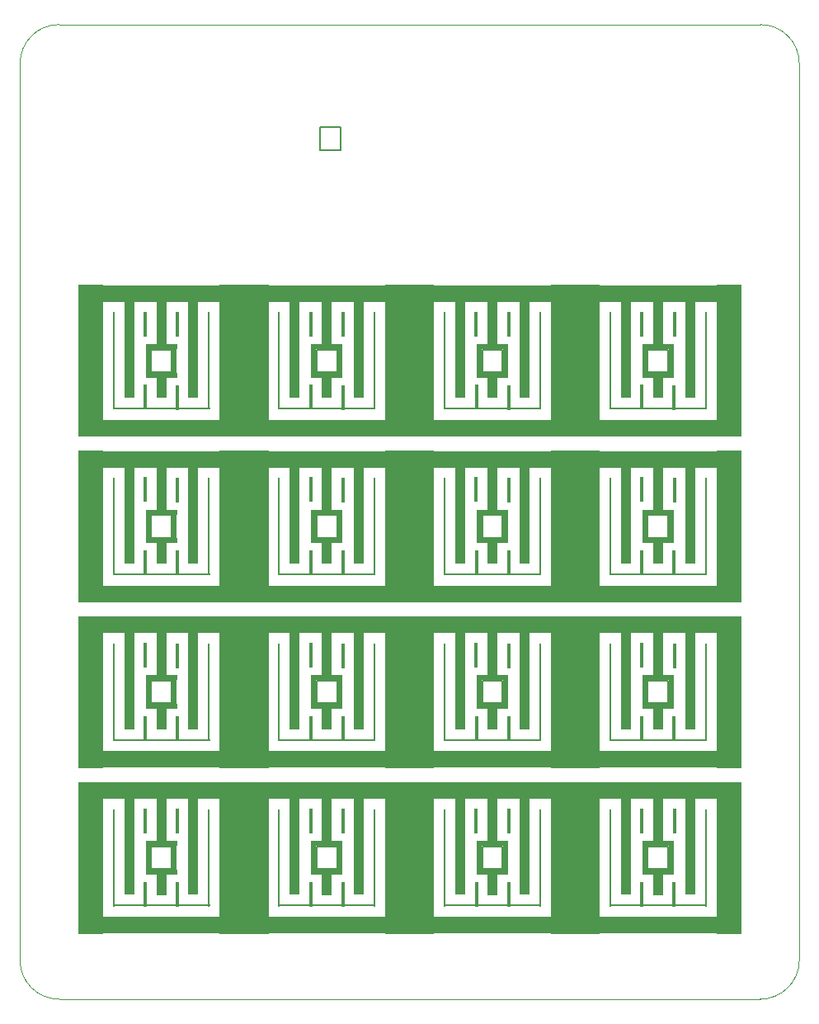
<source format=gbp>
G04 (created by PCBNEW (2013-mar-30)-stable) date Wed 12 Jun 2013 18:28:03 BST*
%MOIN*%
G04 Gerber Fmt 3.4, Leading zero omitted, Abs format*
%FSLAX34Y34*%
G01*
G70*
G90*
G04 APERTURE LIST*
%ADD10C,0*%
%ADD11C,0.00393701*%
%ADD12C,0.00590551*%
%ADD13R,0.011811X0.0984252*%
%ADD14R,0.00393701X0.19685*%
%ADD15R,0.0275591X0.00393701*%
%ADD16R,0.0393701X0.19685*%
%ADD17R,0.125984X0.019685*%
%ADD18R,0.019685X0.122047*%
%ADD19R,0.393701X0.00787402*%
%ADD20R,0.00787402X0.393701*%
%ADD21R,0.0393701X0.393701*%
%ADD22R,0.0393701X0.0984252*%
%ADD23R,0.629921X0.0708661*%
%ADD24R,0.0984252X0.614173*%
G04 APERTURE END LIST*
G54D10*
G54D11*
X34468Y-21811D02*
G75*
G03X32893Y-23385I0J-1574D01*
G74*
G01*
X64389Y-23385D02*
G75*
G03X62814Y-21811I-1574J0D01*
G74*
G01*
X32893Y-59606D02*
G75*
G03X34468Y-61181I1574J0D01*
G74*
G01*
X62795Y-61181D02*
G75*
G03X64389Y-59625I19J1574D01*
G74*
G01*
X34468Y-21811D02*
X62815Y-21811D01*
X62815Y-61181D02*
X34468Y-61181D01*
X32894Y-59607D02*
X32894Y-23386D01*
X64390Y-23386D02*
X64390Y-59607D01*
G54D12*
X39015Y-55019D02*
X38188Y-55019D01*
X38188Y-55019D02*
X38188Y-55925D01*
X38188Y-55925D02*
X39015Y-55925D01*
X39015Y-55925D02*
X39015Y-55019D01*
X59094Y-55019D02*
X58267Y-55019D01*
X58267Y-55019D02*
X58267Y-55925D01*
X58267Y-55925D02*
X59094Y-55925D01*
X59094Y-55925D02*
X59094Y-55019D01*
X39015Y-48326D02*
X38188Y-48326D01*
X38188Y-48326D02*
X38188Y-49232D01*
X38188Y-49232D02*
X39015Y-49232D01*
X39015Y-49232D02*
X39015Y-48326D01*
X59094Y-48326D02*
X58267Y-48326D01*
X58267Y-48326D02*
X58267Y-49232D01*
X58267Y-49232D02*
X59094Y-49232D01*
X59094Y-49232D02*
X59094Y-48326D01*
X39015Y-41633D02*
X38188Y-41633D01*
X38188Y-41633D02*
X38188Y-42539D01*
X38188Y-42539D02*
X39015Y-42539D01*
X39015Y-42539D02*
X39015Y-41633D01*
X59094Y-41633D02*
X58267Y-41633D01*
X58267Y-41633D02*
X58267Y-42539D01*
X58267Y-42539D02*
X59094Y-42539D01*
X59094Y-42539D02*
X59094Y-41633D01*
X39015Y-34940D02*
X38188Y-34940D01*
X38188Y-34940D02*
X38188Y-35846D01*
X38188Y-35846D02*
X39015Y-35846D01*
X39015Y-35846D02*
X39015Y-34940D01*
X59094Y-34940D02*
X58267Y-34940D01*
X58267Y-34940D02*
X58267Y-35846D01*
X58267Y-35846D02*
X59094Y-35846D01*
X59094Y-35846D02*
X59094Y-34940D01*
X45836Y-25964D02*
X45009Y-25964D01*
X45009Y-25964D02*
X45009Y-26870D01*
X45009Y-26870D02*
X45836Y-26870D01*
X45836Y-26870D02*
X45836Y-25964D01*
X52401Y-55019D02*
X51574Y-55019D01*
X51574Y-55019D02*
X51574Y-55925D01*
X51574Y-55925D02*
X52401Y-55925D01*
X52401Y-55925D02*
X52401Y-55019D01*
X52401Y-48326D02*
X51574Y-48326D01*
X51574Y-48326D02*
X51574Y-49232D01*
X51574Y-49232D02*
X52401Y-49232D01*
X52401Y-49232D02*
X52401Y-48326D01*
X52401Y-41633D02*
X51574Y-41633D01*
X51574Y-41633D02*
X51574Y-42539D01*
X51574Y-42539D02*
X52401Y-42539D01*
X52401Y-42539D02*
X52401Y-41633D01*
X52401Y-34940D02*
X51574Y-34940D01*
X51574Y-34940D02*
X51574Y-35846D01*
X51574Y-35846D02*
X52401Y-35846D01*
X52401Y-35846D02*
X52401Y-34940D01*
X45708Y-34940D02*
X44881Y-34940D01*
X44881Y-34940D02*
X44881Y-35846D01*
X44881Y-35846D02*
X45708Y-35846D01*
X45708Y-35846D02*
X45708Y-34940D01*
X45708Y-41633D02*
X44881Y-41633D01*
X44881Y-41633D02*
X44881Y-42539D01*
X44881Y-42539D02*
X45708Y-42539D01*
X45708Y-42539D02*
X45708Y-41633D01*
X45708Y-48326D02*
X44881Y-48326D01*
X44881Y-48326D02*
X44881Y-49232D01*
X44881Y-49232D02*
X45708Y-49232D01*
X45708Y-49232D02*
X45708Y-48326D01*
X45708Y-55019D02*
X44881Y-55019D01*
X44881Y-55019D02*
X44881Y-55925D01*
X44881Y-55925D02*
X45708Y-55925D01*
X45708Y-55925D02*
X45708Y-55019D01*
G54D13*
X37942Y-33907D03*
X37952Y-36860D03*
G54D14*
X37736Y-35383D03*
G54D15*
X37854Y-36387D03*
X37854Y-34379D03*
X39350Y-34389D03*
X39350Y-36397D03*
G54D14*
X39468Y-35393D03*
G54D13*
X39251Y-36870D03*
G54D16*
X38602Y-33897D03*
G54D17*
X38602Y-35974D03*
G54D18*
X38070Y-35423D03*
G54D19*
X38602Y-37322D03*
G54D13*
X39261Y-33917D03*
G54D20*
X36673Y-35393D03*
X40531Y-35393D03*
G54D21*
X37303Y-34921D03*
G54D22*
X38602Y-36397D03*
G54D21*
X39901Y-34921D03*
G54D23*
X38602Y-38110D03*
X38602Y-32677D03*
G54D18*
X39133Y-35403D03*
G54D24*
X35748Y-35393D03*
X41456Y-35393D03*
G54D17*
X38602Y-34812D03*
G54D13*
X37942Y-40600D03*
X37952Y-43553D03*
G54D14*
X37736Y-42076D03*
G54D15*
X37854Y-43080D03*
X37854Y-41072D03*
X39350Y-41082D03*
X39350Y-43090D03*
G54D14*
X39468Y-42086D03*
G54D13*
X39251Y-43562D03*
G54D16*
X38602Y-40590D03*
G54D17*
X38602Y-42667D03*
G54D18*
X38070Y-42116D03*
G54D19*
X38602Y-44015D03*
G54D13*
X39261Y-40610D03*
G54D20*
X36673Y-42086D03*
X40531Y-42086D03*
G54D21*
X37303Y-41614D03*
G54D22*
X38602Y-43090D03*
G54D21*
X39901Y-41614D03*
G54D23*
X38602Y-44803D03*
X38602Y-39370D03*
G54D18*
X39133Y-42096D03*
G54D24*
X35748Y-42086D03*
X41456Y-42086D03*
G54D17*
X38602Y-41505D03*
G54D13*
X37942Y-47293D03*
X37952Y-50246D03*
G54D14*
X37736Y-48769D03*
G54D15*
X37854Y-49773D03*
X37854Y-47765D03*
X39350Y-47775D03*
X39350Y-49783D03*
G54D14*
X39468Y-48779D03*
G54D13*
X39251Y-50255D03*
G54D16*
X38602Y-47283D03*
G54D17*
X38602Y-49360D03*
G54D18*
X38070Y-48809D03*
G54D19*
X38602Y-50708D03*
G54D13*
X39261Y-47303D03*
G54D20*
X36673Y-48779D03*
X40531Y-48779D03*
G54D21*
X37303Y-48307D03*
G54D22*
X38602Y-49783D03*
G54D21*
X39901Y-48307D03*
G54D23*
X38602Y-51496D03*
X38602Y-46062D03*
G54D18*
X39133Y-48789D03*
G54D24*
X35748Y-48779D03*
X41456Y-48779D03*
G54D17*
X38602Y-48198D03*
G54D13*
X37942Y-53986D03*
X37952Y-56938D03*
G54D14*
X37736Y-55462D03*
G54D15*
X37854Y-56466D03*
X37854Y-54458D03*
X39350Y-54468D03*
X39350Y-56476D03*
G54D14*
X39468Y-55472D03*
G54D13*
X39251Y-56948D03*
G54D16*
X38602Y-53976D03*
G54D17*
X38602Y-56053D03*
G54D18*
X38070Y-55501D03*
G54D19*
X38602Y-57401D03*
G54D13*
X39261Y-53996D03*
G54D20*
X36673Y-55472D03*
X40531Y-55472D03*
G54D21*
X37303Y-55000D03*
G54D22*
X38602Y-56476D03*
G54D21*
X39901Y-55000D03*
G54D23*
X38602Y-58188D03*
X38602Y-52755D03*
G54D18*
X39133Y-55482D03*
G54D24*
X35748Y-55472D03*
X41456Y-55472D03*
G54D17*
X38602Y-54891D03*
G54D13*
X44635Y-53986D03*
X44645Y-56938D03*
G54D14*
X44429Y-55462D03*
G54D15*
X44547Y-56466D03*
X44547Y-54458D03*
X46043Y-54468D03*
X46043Y-56476D03*
G54D14*
X46161Y-55472D03*
G54D13*
X45944Y-56948D03*
G54D16*
X45295Y-53976D03*
G54D17*
X45295Y-56053D03*
G54D18*
X44763Y-55501D03*
G54D19*
X45295Y-57401D03*
G54D13*
X45954Y-53996D03*
G54D20*
X43366Y-55472D03*
X47224Y-55472D03*
G54D21*
X43996Y-55000D03*
G54D22*
X45295Y-56476D03*
G54D21*
X46594Y-55000D03*
G54D23*
X45295Y-58188D03*
X45295Y-52755D03*
G54D18*
X45826Y-55482D03*
G54D24*
X42440Y-55472D03*
X48149Y-55472D03*
G54D17*
X45295Y-54891D03*
G54D13*
X44635Y-47293D03*
X44645Y-50246D03*
G54D14*
X44429Y-48769D03*
G54D15*
X44547Y-49773D03*
X44547Y-47765D03*
X46043Y-47775D03*
X46043Y-49783D03*
G54D14*
X46161Y-48779D03*
G54D13*
X45944Y-50255D03*
G54D16*
X45295Y-47283D03*
G54D17*
X45295Y-49360D03*
G54D18*
X44763Y-48809D03*
G54D19*
X45295Y-50708D03*
G54D13*
X45954Y-47303D03*
G54D20*
X43366Y-48779D03*
X47224Y-48779D03*
G54D21*
X43996Y-48307D03*
G54D22*
X45295Y-49783D03*
G54D21*
X46594Y-48307D03*
G54D23*
X45295Y-51496D03*
X45295Y-46062D03*
G54D18*
X45826Y-48789D03*
G54D24*
X42440Y-48779D03*
X48149Y-48779D03*
G54D17*
X45295Y-48198D03*
G54D13*
X44635Y-40600D03*
X44645Y-43553D03*
G54D14*
X44429Y-42076D03*
G54D15*
X44547Y-43080D03*
X44547Y-41072D03*
X46043Y-41082D03*
X46043Y-43090D03*
G54D14*
X46161Y-42086D03*
G54D13*
X45944Y-43562D03*
G54D16*
X45295Y-40590D03*
G54D17*
X45295Y-42667D03*
G54D18*
X44763Y-42116D03*
G54D19*
X45295Y-44015D03*
G54D13*
X45954Y-40610D03*
G54D20*
X43366Y-42086D03*
X47224Y-42086D03*
G54D21*
X43996Y-41614D03*
G54D22*
X45295Y-43090D03*
G54D21*
X46594Y-41614D03*
G54D23*
X45295Y-44803D03*
X45295Y-39370D03*
G54D18*
X45826Y-42096D03*
G54D24*
X42440Y-42086D03*
X48149Y-42086D03*
G54D17*
X45295Y-41505D03*
G54D13*
X44635Y-33907D03*
X44645Y-36860D03*
G54D14*
X44429Y-35383D03*
G54D15*
X44547Y-36387D03*
X44547Y-34379D03*
X46043Y-34389D03*
X46043Y-36397D03*
G54D14*
X46161Y-35393D03*
G54D13*
X45944Y-36870D03*
G54D16*
X45295Y-33897D03*
G54D17*
X45295Y-35974D03*
G54D18*
X44763Y-35423D03*
G54D19*
X45295Y-37322D03*
G54D13*
X45954Y-33917D03*
G54D20*
X43366Y-35393D03*
X47224Y-35393D03*
G54D21*
X43996Y-34921D03*
G54D22*
X45295Y-36397D03*
G54D21*
X46594Y-34921D03*
G54D23*
X45295Y-38110D03*
X45295Y-32677D03*
G54D18*
X45826Y-35403D03*
G54D24*
X42440Y-35393D03*
X48149Y-35393D03*
G54D17*
X45295Y-34812D03*
G54D13*
X58021Y-40600D03*
X58031Y-43553D03*
G54D14*
X57814Y-42076D03*
G54D15*
X57933Y-43080D03*
X57933Y-41072D03*
X59429Y-41082D03*
X59429Y-43090D03*
G54D14*
X59547Y-42086D03*
G54D13*
X59330Y-43562D03*
G54D16*
X58681Y-40590D03*
G54D17*
X58681Y-42667D03*
G54D18*
X58149Y-42116D03*
G54D19*
X58681Y-44015D03*
G54D13*
X59340Y-40610D03*
G54D20*
X56751Y-42086D03*
X60610Y-42086D03*
G54D21*
X57381Y-41614D03*
G54D22*
X58681Y-43090D03*
G54D21*
X59980Y-41614D03*
G54D23*
X58681Y-44803D03*
X58681Y-39370D03*
G54D18*
X59212Y-42096D03*
G54D24*
X55826Y-42086D03*
X61535Y-42086D03*
G54D17*
X58681Y-41505D03*
G54D13*
X58021Y-47293D03*
X58031Y-50246D03*
G54D14*
X57814Y-48769D03*
G54D15*
X57933Y-49773D03*
X57933Y-47765D03*
X59429Y-47775D03*
X59429Y-49783D03*
G54D14*
X59547Y-48779D03*
G54D13*
X59330Y-50255D03*
G54D16*
X58681Y-47283D03*
G54D17*
X58681Y-49360D03*
G54D18*
X58149Y-48809D03*
G54D19*
X58681Y-50708D03*
G54D13*
X59340Y-47303D03*
G54D20*
X56751Y-48779D03*
X60610Y-48779D03*
G54D21*
X57381Y-48307D03*
G54D22*
X58681Y-49783D03*
G54D21*
X59980Y-48307D03*
G54D23*
X58681Y-51496D03*
X58681Y-46062D03*
G54D18*
X59212Y-48789D03*
G54D24*
X55826Y-48779D03*
X61535Y-48779D03*
G54D17*
X58681Y-48198D03*
G54D13*
X58021Y-53986D03*
X58031Y-56938D03*
G54D14*
X57814Y-55462D03*
G54D15*
X57933Y-56466D03*
X57933Y-54458D03*
X59429Y-54468D03*
X59429Y-56476D03*
G54D14*
X59547Y-55472D03*
G54D13*
X59330Y-56948D03*
G54D16*
X58681Y-53976D03*
G54D17*
X58681Y-56053D03*
G54D18*
X58149Y-55501D03*
G54D19*
X58681Y-57401D03*
G54D13*
X59340Y-53996D03*
G54D20*
X56751Y-55472D03*
X60610Y-55472D03*
G54D21*
X57381Y-55000D03*
G54D22*
X58681Y-56476D03*
G54D21*
X59980Y-55000D03*
G54D23*
X58681Y-58188D03*
X58681Y-52755D03*
G54D18*
X59212Y-55482D03*
G54D24*
X55826Y-55472D03*
X61535Y-55472D03*
G54D17*
X58681Y-54891D03*
G54D13*
X58021Y-33907D03*
X58031Y-36860D03*
G54D14*
X57814Y-35383D03*
G54D15*
X57933Y-36387D03*
X57933Y-34379D03*
X59429Y-34389D03*
X59429Y-36397D03*
G54D14*
X59547Y-35393D03*
G54D13*
X59330Y-36870D03*
G54D16*
X58681Y-33897D03*
G54D17*
X58681Y-35974D03*
G54D18*
X58149Y-35423D03*
G54D19*
X58681Y-37322D03*
G54D13*
X59340Y-33917D03*
G54D20*
X56751Y-35393D03*
X60610Y-35393D03*
G54D21*
X57381Y-34921D03*
G54D22*
X58681Y-36397D03*
G54D21*
X59980Y-34921D03*
G54D23*
X58681Y-38110D03*
X58681Y-32677D03*
G54D18*
X59212Y-35403D03*
G54D24*
X55826Y-35393D03*
X61535Y-35393D03*
G54D17*
X58681Y-34812D03*
G54D13*
X51328Y-33907D03*
X51338Y-36860D03*
G54D14*
X51122Y-35383D03*
G54D15*
X51240Y-36387D03*
X51240Y-34379D03*
X52736Y-34389D03*
X52736Y-36397D03*
G54D14*
X52854Y-35393D03*
G54D13*
X52637Y-36870D03*
G54D16*
X51988Y-33897D03*
G54D17*
X51988Y-35974D03*
G54D18*
X51456Y-35423D03*
G54D19*
X51988Y-37322D03*
G54D13*
X52647Y-33917D03*
G54D20*
X50059Y-35393D03*
X53917Y-35393D03*
G54D21*
X50688Y-34921D03*
G54D22*
X51988Y-36397D03*
G54D21*
X53287Y-34921D03*
G54D23*
X51988Y-38110D03*
X51988Y-32677D03*
G54D18*
X52519Y-35403D03*
G54D24*
X49133Y-35393D03*
X54842Y-35393D03*
G54D17*
X51988Y-34812D03*
G54D13*
X51328Y-47293D03*
X51338Y-50246D03*
G54D14*
X51122Y-48769D03*
G54D15*
X51240Y-49773D03*
X51240Y-47765D03*
X52736Y-47775D03*
X52736Y-49783D03*
G54D14*
X52854Y-48779D03*
G54D13*
X52637Y-50255D03*
G54D16*
X51988Y-47283D03*
G54D17*
X51988Y-49360D03*
G54D18*
X51456Y-48809D03*
G54D19*
X51988Y-50708D03*
G54D13*
X52647Y-47303D03*
G54D20*
X50059Y-48779D03*
X53917Y-48779D03*
G54D21*
X50688Y-48307D03*
G54D22*
X51988Y-49783D03*
G54D21*
X53287Y-48307D03*
G54D23*
X51988Y-51496D03*
X51988Y-46062D03*
G54D18*
X52519Y-48789D03*
G54D24*
X49133Y-48779D03*
X54842Y-48779D03*
G54D17*
X51988Y-48198D03*
G54D13*
X51328Y-53986D03*
X51338Y-56938D03*
G54D14*
X51122Y-55462D03*
G54D15*
X51240Y-56466D03*
X51240Y-54458D03*
X52736Y-54468D03*
X52736Y-56476D03*
G54D14*
X52854Y-55472D03*
G54D13*
X52637Y-56948D03*
G54D16*
X51988Y-53976D03*
G54D17*
X51988Y-56053D03*
G54D18*
X51456Y-55501D03*
G54D19*
X51988Y-57401D03*
G54D13*
X52647Y-53996D03*
G54D20*
X50059Y-55472D03*
X53917Y-55472D03*
G54D21*
X50688Y-55000D03*
G54D22*
X51988Y-56476D03*
G54D21*
X53287Y-55000D03*
G54D23*
X51988Y-58188D03*
X51988Y-52755D03*
G54D18*
X52519Y-55482D03*
G54D24*
X49133Y-55472D03*
X54842Y-55472D03*
G54D17*
X51988Y-54891D03*
G54D13*
X51328Y-40600D03*
X51338Y-43553D03*
G54D14*
X51122Y-42076D03*
G54D15*
X51240Y-43080D03*
X51240Y-41072D03*
X52736Y-41082D03*
X52736Y-43090D03*
G54D14*
X52854Y-42086D03*
G54D13*
X52637Y-43562D03*
G54D16*
X51988Y-40590D03*
G54D17*
X51988Y-42667D03*
G54D18*
X51456Y-42116D03*
G54D19*
X51988Y-44015D03*
G54D13*
X52647Y-40610D03*
G54D20*
X50059Y-42086D03*
X53917Y-42086D03*
G54D21*
X50688Y-41614D03*
G54D22*
X51988Y-43090D03*
G54D21*
X53287Y-41614D03*
G54D23*
X51988Y-44803D03*
X51988Y-39370D03*
G54D18*
X52519Y-42096D03*
G54D24*
X49133Y-42086D03*
X54842Y-42086D03*
G54D17*
X51988Y-41505D03*
M02*

</source>
